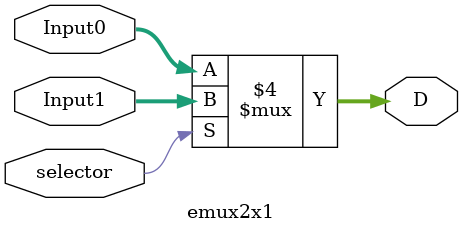
<source format=v>
`timescale 1ns / 1ps


module emux2x1(Input1, Input0, selector, D);
   
    input [31:0] Input1, Input0;
    input selector;
    output reg [31:0] D;

    always @(Input1, Input0, selector)
    begin
      if (selector==1) 
      begin
         D <= Input1;
      end
      else 
      begin
         D <= Input0;
      end
    end
endmodule

</source>
